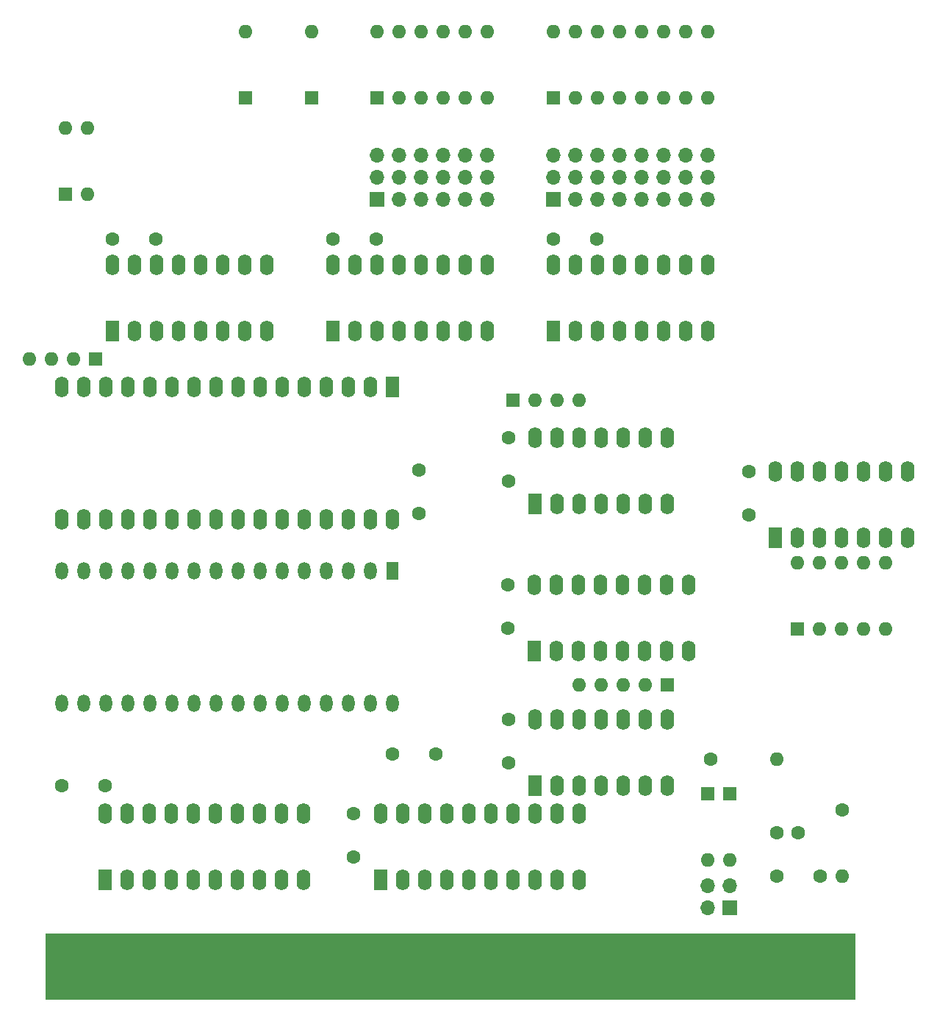
<source format=gbr>
%TF.GenerationSoftware,KiCad,Pcbnew,7.0.9*%
%TF.CreationDate,2023-11-26T02:16:42+01:00*%
%TF.ProjectId,kim-1-RAM-ROM,6b696d2d-312d-4524-914d-2d524f4d2e6b,rev?*%
%TF.SameCoordinates,Original*%
%TF.FileFunction,Soldermask,Top*%
%TF.FilePolarity,Negative*%
%FSLAX46Y46*%
G04 Gerber Fmt 4.6, Leading zero omitted, Abs format (unit mm)*
G04 Created by KiCad (PCBNEW 7.0.9) date 2023-11-26 02:16:42*
%MOMM*%
%LPD*%
G01*
G04 APERTURE LIST*
%ADD10C,0.120000*%
%ADD11R,1.600000X2.400000*%
%ADD12O,1.600000X2.400000*%
%ADD13R,1.600000X1.600000*%
%ADD14O,1.600000X1.600000*%
%ADD15C,1.600000*%
%ADD16R,1.700000X1.700000*%
%ADD17O,1.700000X1.700000*%
%ADD18R,1.440000X2.000000*%
%ADD19O,1.440000X2.000000*%
G04 APERTURE END LIST*
D10*
%TO.C,X1*%
X60840000Y-201520000D02*
X154080000Y-201520000D01*
X154080000Y-201520000D02*
X154080000Y-193940000D01*
X154080000Y-193940000D02*
X60840000Y-193940000D01*
X60840000Y-193940000D02*
X60840000Y-201520000D01*
G36*
X60840000Y-201520000D02*
G01*
X154080000Y-201520000D01*
X154080000Y-193940000D01*
X60840000Y-193940000D01*
X60840000Y-201520000D01*
G37*
%TD*%
D11*
%TO.C,U6*%
X117220000Y-144500000D03*
D12*
X119760000Y-144500000D03*
X122300000Y-144500000D03*
X124840000Y-144500000D03*
X127380000Y-144500000D03*
X129920000Y-144500000D03*
X132460000Y-144500000D03*
X132460000Y-136880000D03*
X129920000Y-136880000D03*
X127380000Y-136880000D03*
X124840000Y-136880000D03*
X122300000Y-136880000D03*
X119760000Y-136880000D03*
X117220000Y-136880000D03*
%TD*%
D13*
%TO.C,RN2*%
X114680000Y-132630000D03*
D14*
X117220000Y-132630000D03*
X119760000Y-132630000D03*
X122300000Y-132630000D03*
%TD*%
D11*
%TO.C,U7*%
X144930000Y-148400000D03*
D12*
X147470000Y-148400000D03*
X150010000Y-148400000D03*
X152550000Y-148400000D03*
X155090000Y-148400000D03*
X157630000Y-148400000D03*
X160170000Y-148400000D03*
X160170000Y-140780000D03*
X157630000Y-140780000D03*
X155090000Y-140780000D03*
X152550000Y-140780000D03*
X150010000Y-140780000D03*
X147470000Y-140780000D03*
X144930000Y-140780000D03*
%TD*%
D13*
%TO.C,SW6*%
X147440000Y-158950000D03*
D14*
X149980000Y-158950000D03*
X152520000Y-158950000D03*
X155060000Y-158950000D03*
X157600000Y-158950000D03*
X157600000Y-151330000D03*
X155060000Y-151330000D03*
X152520000Y-151330000D03*
X149980000Y-151330000D03*
X147440000Y-151330000D03*
%TD*%
D15*
%TO.C,C12*%
X145080000Y-187390000D03*
X150080000Y-187390000D03*
%TD*%
%TO.C,R2*%
X152630000Y-179770000D03*
D14*
X152630000Y-187390000D03*
%TD*%
D11*
%TO.C,U11*%
X99440000Y-187810000D03*
D12*
X101980000Y-187810000D03*
X104520000Y-187810000D03*
X107060000Y-187810000D03*
X109600000Y-187810000D03*
X112140000Y-187810000D03*
X114680000Y-187810000D03*
X117220000Y-187810000D03*
X119760000Y-187810000D03*
X122300000Y-187810000D03*
X122300000Y-180190000D03*
X119760000Y-180190000D03*
X117220000Y-180190000D03*
X114680000Y-180190000D03*
X112140000Y-180190000D03*
X109600000Y-180190000D03*
X107060000Y-180190000D03*
X104520000Y-180190000D03*
X101980000Y-180190000D03*
X99440000Y-180190000D03*
%TD*%
D11*
%TO.C,U9*%
X117220000Y-176950000D03*
D12*
X119760000Y-176950000D03*
X122300000Y-176950000D03*
X124840000Y-176950000D03*
X127380000Y-176950000D03*
X129920000Y-176950000D03*
X132460000Y-176950000D03*
X132460000Y-169330000D03*
X129920000Y-169330000D03*
X127380000Y-169330000D03*
X124840000Y-169330000D03*
X122300000Y-169330000D03*
X119760000Y-169330000D03*
X117220000Y-169330000D03*
%TD*%
D11*
%TO.C,U5*%
X119370000Y-124640000D03*
D12*
X121910000Y-124640000D03*
X124450000Y-124640000D03*
X126990000Y-124640000D03*
X129530000Y-124640000D03*
X132070000Y-124640000D03*
X134610000Y-124640000D03*
X137150000Y-124640000D03*
X137150000Y-117020000D03*
X134610000Y-117020000D03*
X132070000Y-117020000D03*
X129530000Y-117020000D03*
X126990000Y-117020000D03*
X124450000Y-117020000D03*
X121910000Y-117020000D03*
X119370000Y-117020000D03*
%TD*%
D15*
%TO.C,C8*%
X114150000Y-153800000D03*
X114150000Y-158800000D03*
%TD*%
D11*
%TO.C,U8*%
X117200000Y-161420000D03*
D12*
X119740000Y-161420000D03*
X122280000Y-161420000D03*
X124820000Y-161420000D03*
X127360000Y-161420000D03*
X129900000Y-161420000D03*
X132440000Y-161420000D03*
X134980000Y-161420000D03*
X134980000Y-153800000D03*
X132440000Y-153800000D03*
X129900000Y-153800000D03*
X127360000Y-153800000D03*
X124820000Y-153800000D03*
X122280000Y-153800000D03*
X119740000Y-153800000D03*
X117200000Y-153800000D03*
%TD*%
D11*
%TO.C,U10*%
X67740000Y-187810000D03*
D12*
X70280000Y-187810000D03*
X72820000Y-187810000D03*
X75360000Y-187810000D03*
X77900000Y-187810000D03*
X80440000Y-187810000D03*
X82980000Y-187810000D03*
X85520000Y-187810000D03*
X88060000Y-187810000D03*
X90600000Y-187810000D03*
X90600000Y-180190000D03*
X88060000Y-180190000D03*
X85520000Y-180190000D03*
X82980000Y-180190000D03*
X80440000Y-180190000D03*
X77900000Y-180190000D03*
X75360000Y-180190000D03*
X72820000Y-180190000D03*
X70280000Y-180190000D03*
X67740000Y-180190000D03*
%TD*%
D13*
%TO.C,RN1*%
X132460000Y-165320000D03*
D14*
X129920000Y-165320000D03*
X127380000Y-165320000D03*
X124840000Y-165320000D03*
X122300000Y-165320000D03*
%TD*%
D15*
%TO.C,C10*%
X67740000Y-176990000D03*
X62740000Y-176990000D03*
%TD*%
D13*
%TO.C,D1*%
X137160000Y-177870000D03*
D14*
X137160000Y-185490000D03*
%TD*%
D15*
%TO.C,C13*%
X145080000Y-182390000D03*
X147580000Y-182390000D03*
%TD*%
%TO.C,C5*%
X119370000Y-114030000D03*
X124369901Y-114030000D03*
%TD*%
%TO.C,C1*%
X103830000Y-145620000D03*
X103830000Y-140620000D03*
%TD*%
D11*
%TO.C,U3*%
X68570000Y-124640000D03*
D12*
X71110000Y-124640000D03*
X73650000Y-124640000D03*
X76190000Y-124640000D03*
X78730000Y-124640000D03*
X81270000Y-124640000D03*
X83810000Y-124640000D03*
X86350000Y-124640000D03*
X86350000Y-117020000D03*
X83810000Y-117020000D03*
X81270000Y-117020000D03*
X78730000Y-117020000D03*
X76190000Y-117020000D03*
X73650000Y-117020000D03*
X71110000Y-117020000D03*
X68570000Y-117020000D03*
%TD*%
D16*
%TO.C,J2*%
X119370000Y-109460000D03*
D17*
X119370000Y-106920000D03*
X119370000Y-104380000D03*
X121910000Y-109460000D03*
X121910000Y-106920000D03*
X121910000Y-104380000D03*
X124450000Y-109460000D03*
X124450000Y-106920000D03*
X124450000Y-104380000D03*
X126990000Y-109460000D03*
X126990000Y-106920000D03*
X126990000Y-104380000D03*
X129530000Y-109460000D03*
X129530000Y-106920000D03*
X129530000Y-104380000D03*
X132070000Y-109460000D03*
X132070000Y-106920000D03*
X132070000Y-104380000D03*
X134610000Y-109460000D03*
X134610000Y-106920000D03*
X134610000Y-104380000D03*
X137150000Y-109460000D03*
X137150000Y-106920000D03*
X137150000Y-104380000D03*
%TD*%
D15*
%TO.C,C11*%
X96310000Y-180190000D03*
X96310000Y-185190000D03*
%TD*%
D18*
%TO.C,U2*%
X100780000Y-152190000D03*
D19*
X98240000Y-152190000D03*
X95700000Y-152190000D03*
X93160000Y-152190000D03*
X90620000Y-152190000D03*
X88080000Y-152190000D03*
X85540000Y-152190000D03*
X83000000Y-152190000D03*
X80460000Y-152190000D03*
X77920000Y-152190000D03*
X75380000Y-152190000D03*
X72840000Y-152190000D03*
X70300000Y-152190000D03*
X67760000Y-152190000D03*
X65220000Y-152190000D03*
X62680000Y-152190000D03*
X62680000Y-167430000D03*
X65220000Y-167430000D03*
X67760000Y-167430000D03*
X70300000Y-167430000D03*
X72840000Y-167430000D03*
X75380000Y-167430000D03*
X77920000Y-167430000D03*
X80460000Y-167430000D03*
X83000000Y-167430000D03*
X85540000Y-167430000D03*
X88080000Y-167430000D03*
X90620000Y-167430000D03*
X93160000Y-167430000D03*
X95700000Y-167430000D03*
X98240000Y-167430000D03*
X100780000Y-167430000D03*
%TD*%
D13*
%TO.C,SW2*%
X83890000Y-97780000D03*
D14*
X83890000Y-90160000D03*
%TD*%
D15*
%TO.C,C4*%
X93970000Y-114040000D03*
X98970000Y-114040000D03*
%TD*%
D11*
%TO.C,U4*%
X93970000Y-124640000D03*
D12*
X96510000Y-124640000D03*
X99050000Y-124640000D03*
X101590000Y-124640000D03*
X104130000Y-124640000D03*
X106670000Y-124640000D03*
X109210000Y-124640000D03*
X111750000Y-124640000D03*
X111750000Y-117020000D03*
X109210000Y-117020000D03*
X106670000Y-117020000D03*
X104130000Y-117020000D03*
X101590000Y-117020000D03*
X99050000Y-117020000D03*
X96510000Y-117020000D03*
X93970000Y-117020000D03*
%TD*%
D13*
%TO.C,RN3*%
X66600000Y-127830000D03*
D14*
X64060000Y-127830000D03*
X61520000Y-127830000D03*
X58980000Y-127830000D03*
%TD*%
D16*
%TO.C,J1*%
X99050000Y-109460000D03*
D17*
X99050000Y-106920000D03*
X99050000Y-104380000D03*
X101590000Y-109460000D03*
X101590000Y-106920000D03*
X101590000Y-104380000D03*
X104130000Y-109460000D03*
X104130000Y-106920000D03*
X104130000Y-104380000D03*
X106670000Y-109460000D03*
X106670000Y-106920000D03*
X106670000Y-104380000D03*
X109210000Y-109460000D03*
X109210000Y-106920000D03*
X109210000Y-104380000D03*
X111750000Y-109460000D03*
X111750000Y-106920000D03*
X111750000Y-104380000D03*
%TD*%
D15*
%TO.C,C3*%
X68570000Y-114040000D03*
X73570000Y-114040000D03*
%TD*%
D11*
%TO.C,U1*%
X100780000Y-131090000D03*
D12*
X98240000Y-131090000D03*
X95700000Y-131090000D03*
X93160000Y-131090000D03*
X90620000Y-131090000D03*
X88080000Y-131090000D03*
X85540000Y-131090000D03*
X83000000Y-131090000D03*
X80460000Y-131090000D03*
X77920000Y-131090000D03*
X75380000Y-131090000D03*
X72840000Y-131090000D03*
X70300000Y-131090000D03*
X67760000Y-131090000D03*
X65220000Y-131090000D03*
X62680000Y-131090000D03*
X62680000Y-146330000D03*
X65220000Y-146330000D03*
X67760000Y-146330000D03*
X70300000Y-146330000D03*
X72840000Y-146330000D03*
X75380000Y-146330000D03*
X77920000Y-146330000D03*
X80460000Y-146330000D03*
X83000000Y-146330000D03*
X85540000Y-146330000D03*
X88080000Y-146330000D03*
X90620000Y-146330000D03*
X93160000Y-146330000D03*
X95700000Y-146330000D03*
X98240000Y-146330000D03*
X100780000Y-146330000D03*
%TD*%
D15*
%TO.C,C7*%
X141850000Y-140780000D03*
X141850000Y-145780000D03*
%TD*%
D13*
%TO.C,SW1*%
X63150000Y-108920000D03*
D14*
X65690000Y-108920000D03*
X65690000Y-101300000D03*
X63150000Y-101300000D03*
%TD*%
D15*
%TO.C,C6*%
X114170000Y-136880000D03*
X114170000Y-141880000D03*
%TD*%
D13*
%TO.C,SW5*%
X119370000Y-97780000D03*
D14*
X121910000Y-97780000D03*
X124450000Y-97780000D03*
X126990000Y-97780000D03*
X129530000Y-97780000D03*
X132070000Y-97780000D03*
X134610000Y-97780000D03*
X137150000Y-97780000D03*
X137150000Y-90160000D03*
X134610000Y-90160000D03*
X132070000Y-90160000D03*
X129530000Y-90160000D03*
X126990000Y-90160000D03*
X124450000Y-90160000D03*
X121910000Y-90160000D03*
X119370000Y-90160000D03*
%TD*%
D15*
%TO.C,C9*%
X114170000Y-169330000D03*
X114170000Y-174330000D03*
%TD*%
D16*
%TO.C,J3*%
X139690000Y-191050000D03*
D17*
X137150000Y-191050000D03*
X139690000Y-188510000D03*
X137150000Y-188510000D03*
%TD*%
D15*
%TO.C,C2*%
X100780000Y-173340000D03*
X105780000Y-173340000D03*
%TD*%
D13*
%TO.C,D2*%
X139700000Y-177870000D03*
D14*
X139700000Y-185490000D03*
%TD*%
D13*
%TO.C,SW4*%
X99050000Y-97780000D03*
D14*
X101590000Y-97780000D03*
X104130000Y-97780000D03*
X106670000Y-97780000D03*
X109210000Y-97780000D03*
X111750000Y-97780000D03*
X111750000Y-90160000D03*
X109210000Y-90160000D03*
X106670000Y-90160000D03*
X104130000Y-90160000D03*
X101590000Y-90160000D03*
X99050000Y-90160000D03*
%TD*%
D13*
%TO.C,SW3*%
X91470000Y-97780000D03*
D14*
X91470000Y-90160000D03*
%TD*%
D15*
%TO.C,R1*%
X137450000Y-173930000D03*
D14*
X145070000Y-173930000D03*
%TD*%
M02*

</source>
